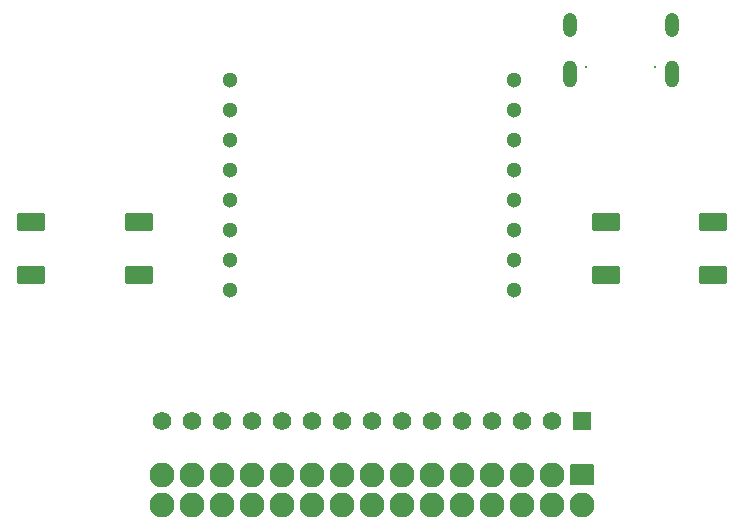
<source format=gbr>
%TF.GenerationSoftware,KiCad,Pcbnew,9.0.6*%
%TF.CreationDate,2025-12-04T12:23:30+01:00*%
%TF.ProjectId,Motherboard,4d6f7468-6572-4626-9f61-72642e6b6963,rev?*%
%TF.SameCoordinates,Original*%
%TF.FileFunction,Soldermask,Bot*%
%TF.FilePolarity,Negative*%
%FSLAX46Y46*%
G04 Gerber Fmt 4.6, Leading zero omitted, Abs format (unit mm)*
G04 Created by KiCad (PCBNEW 9.0.6) date 2025-12-04 12:23:30*
%MOMM*%
%LPD*%
G01*
G04 APERTURE LIST*
G04 Aperture macros list*
%AMRoundRect*
0 Rectangle with rounded corners*
0 $1 Rounding radius*
0 $2 $3 $4 $5 $6 $7 $8 $9 X,Y pos of 4 corners*
0 Add a 4 corners polygon primitive as box body*
4,1,4,$2,$3,$4,$5,$6,$7,$8,$9,$2,$3,0*
0 Add four circle primitives for the rounded corners*
1,1,$1+$1,$2,$3*
1,1,$1+$1,$4,$5*
1,1,$1+$1,$6,$7*
1,1,$1+$1,$8,$9*
0 Add four rect primitives between the rounded corners*
20,1,$1+$1,$2,$3,$4,$5,0*
20,1,$1+$1,$4,$5,$6,$7,0*
20,1,$1+$1,$6,$7,$8,$9,0*
20,1,$1+$1,$8,$9,$2,$3,0*%
G04 Aperture macros list end*
%ADD10RoundRect,0.101600X-1.050000X0.700000X-1.050000X-0.700000X1.050000X-0.700000X1.050000X0.700000X0*%
%ADD11C,1.300000*%
%ADD12RoundRect,0.101600X0.950000X0.787400X-0.950000X0.787400X-0.950000X-0.787400X0.950000X-0.787400X0*%
%ADD13C,2.103200*%
%ADD14C,1.570000*%
%ADD15R,1.570000X1.570000*%
%ADD16O,1.203200X2.053200*%
%ADD17O,1.203200X2.303200*%
%ADD18C,0.204200*%
G04 APERTURE END LIST*
D10*
%TO.C,SW1*%
X128794099Y-105587115D03*
X119694099Y-105587115D03*
X128794099Y-101087115D03*
X119694099Y-101087115D03*
%TD*%
%TO.C,SW2*%
X168335099Y-101087115D03*
X177435099Y-101087115D03*
X168335099Y-105587115D03*
X177435099Y-105587115D03*
%TD*%
D11*
%TO.C,L1*%
X136526119Y-89094115D03*
X136526119Y-91634115D03*
X136526119Y-94174115D03*
X136526119Y-96714115D03*
X136526119Y-99254125D03*
X136526119Y-101794125D03*
X136526119Y-104334125D03*
X136526119Y-106874125D03*
X160526079Y-106874125D03*
X160526079Y-104334125D03*
X160526079Y-101794125D03*
X160526079Y-99254125D03*
X160526079Y-96714115D03*
X160526079Y-94174115D03*
X160526079Y-91634115D03*
X160526079Y-89094115D03*
%TD*%
D12*
%TO.C,J2*%
X166306099Y-122495115D03*
D13*
X166306099Y-125035115D03*
X163766099Y-122495115D03*
X163766099Y-125035115D03*
X161226099Y-122495115D03*
X161226099Y-125035115D03*
X158686099Y-122495115D03*
X158686099Y-125035115D03*
X156146099Y-122495115D03*
X156146099Y-125035115D03*
X153606099Y-122495115D03*
X153606099Y-125035115D03*
X151066099Y-122495115D03*
X151066099Y-125035115D03*
X148526099Y-122495115D03*
X148526099Y-125035115D03*
X145986099Y-122495115D03*
X145986099Y-125035115D03*
X143446099Y-122495115D03*
X143446099Y-125035115D03*
X140906099Y-122495115D03*
X140906099Y-125035115D03*
X138366099Y-122495115D03*
X138366099Y-125035115D03*
X135826099Y-122495115D03*
X135826099Y-125035115D03*
X133286099Y-122495115D03*
X133286099Y-125035115D03*
X130746099Y-122495115D03*
X130746099Y-125035115D03*
%TD*%
D14*
%TO.C,J1*%
X130746099Y-117923115D03*
X133286099Y-117923115D03*
X135826099Y-117923115D03*
X138366099Y-117923115D03*
X140906099Y-117923115D03*
X143446099Y-117923115D03*
X145986099Y-117923115D03*
X148526099Y-117923115D03*
X151066099Y-117923115D03*
X153606099Y-117923115D03*
X156146099Y-117923115D03*
X158686099Y-117923115D03*
X161226099Y-117923115D03*
X163766099Y-117923115D03*
D15*
X166306099Y-117923115D03*
%TD*%
D16*
%TO.C,USB1*%
X165265099Y-84395115D03*
D17*
X165265099Y-88545115D03*
D16*
X173905109Y-84395115D03*
D17*
X173905109Y-88545115D03*
D18*
X166695119Y-87995105D03*
X172475089Y-87995105D03*
%TD*%
M02*

</source>
